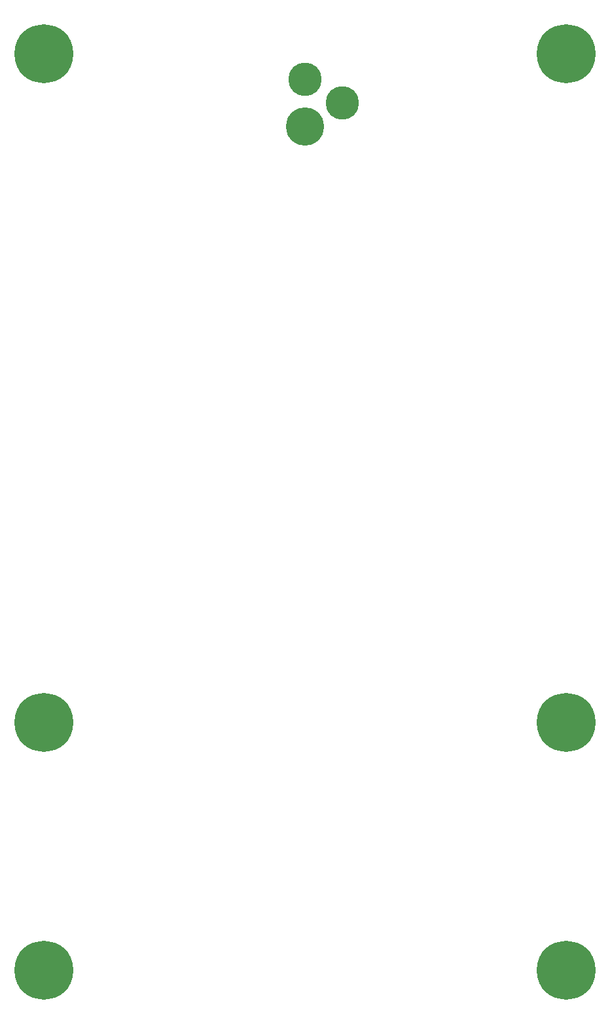
<source format=gbr>
G04 start of page 6 for group -4063 idx -4063 *
G04 Title: (unknown), componentmask *
G04 Creator: pcb 4.0.2 *
G04 CreationDate: Wed Jun 16 02:35:33 2021 UTC *
G04 For: railfan *
G04 Format: Gerber/RS-274X *
G04 PCB-Dimensions (mil): 3000.00 5000.00 *
G04 PCB-Coordinate-Origin: lower left *
%MOIN*%
%FSLAX25Y25*%
%LNTOPMASK*%
%ADD41C,0.1950*%
%ADD40C,0.1700*%
%ADD39C,0.2997*%
G54D39*X283000Y483000D03*
X17000Y17000D03*
X283000D03*
Y143000D03*
G54D40*X150000Y470000D03*
X169000Y458000D03*
G54D39*X17000Y483000D03*
Y143000D03*
G54D41*X150000Y446000D03*
M02*

</source>
